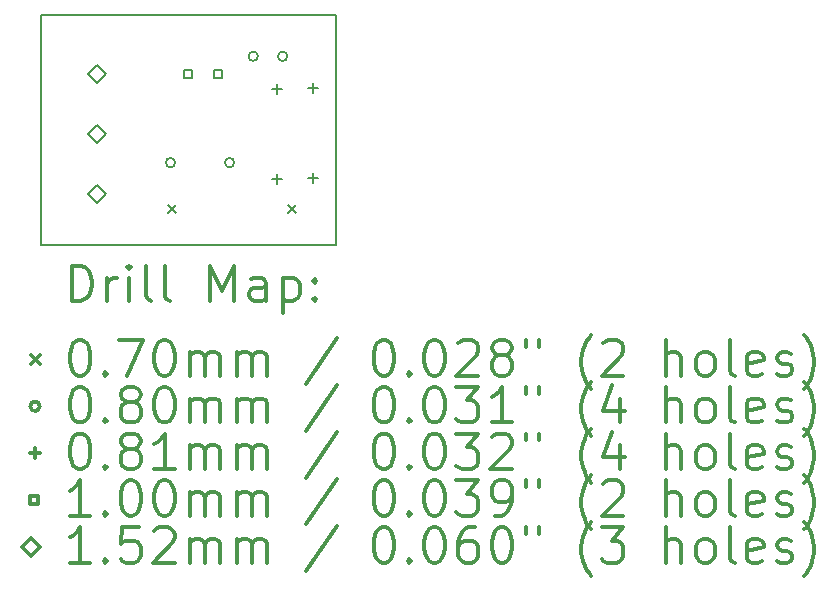
<source format=gbr>
%FSLAX45Y45*%
G04 Gerber Fmt 4.5, Leading zero omitted, Abs format (unit mm)*
G04 Created by KiCad (PCBNEW 4.0.2-stable) date 08/05/2016 13:05:04*
%MOMM*%
G01*
G04 APERTURE LIST*
%ADD10C,0.127000*%
%ADD11C,0.150000*%
%ADD12C,0.200000*%
%ADD13C,0.300000*%
G04 APERTURE END LIST*
D10*
D11*
X15000000Y-11150000D02*
X15150000Y-11150000D01*
X15400000Y-11150000D02*
X15000000Y-11150000D01*
X15100000Y-11150000D02*
X15400000Y-11150000D01*
X15400000Y-9200000D02*
X15400000Y-11150000D01*
X12900000Y-9200000D02*
X15400000Y-9200000D01*
X12900000Y-9350000D02*
X12900000Y-9200000D01*
X12900000Y-11150000D02*
X15100000Y-11150000D01*
X12900000Y-9350000D02*
X12900000Y-11150000D01*
D12*
X13979000Y-10809694D02*
X14049104Y-10879798D01*
X14049104Y-10809694D02*
X13979000Y-10879798D01*
X14995000Y-10809694D02*
X15065104Y-10879798D01*
X15065104Y-10809694D02*
X14995000Y-10879798D01*
X14040000Y-10450000D02*
G75*
G03X14040000Y-10450000I-40000J0D01*
G01*
X14540000Y-10450000D02*
G75*
G03X14540000Y-10450000I-40000J0D01*
G01*
X14740000Y-9550000D02*
G75*
G03X14740000Y-9550000I-40000J0D01*
G01*
X14990000Y-9550000D02*
G75*
G03X14990000Y-9550000I-40000J0D01*
G01*
X14903000Y-9788360D02*
X14903000Y-9869640D01*
X14862360Y-9829000D02*
X14943640Y-9829000D01*
X14903000Y-10550360D02*
X14903000Y-10631640D01*
X14862360Y-10591000D02*
X14943640Y-10591000D01*
X15207500Y-9778360D02*
X15207500Y-9859640D01*
X15166860Y-9819000D02*
X15248140Y-9819000D01*
X15207500Y-10540360D02*
X15207500Y-10621640D01*
X15166860Y-10581000D02*
X15248140Y-10581000D01*
X14181382Y-9735383D02*
X14181382Y-9664618D01*
X14110617Y-9664618D01*
X14110617Y-9735383D01*
X14181382Y-9735383D01*
X14435382Y-9735383D02*
X14435382Y-9664618D01*
X14364617Y-9664618D01*
X14364617Y-9735383D01*
X14435382Y-9735383D01*
X13379000Y-9778200D02*
X13455200Y-9702000D01*
X13379000Y-9625800D01*
X13302800Y-9702000D01*
X13379000Y-9778200D01*
X13379000Y-10286200D02*
X13455200Y-10210000D01*
X13379000Y-10133800D01*
X13302800Y-10210000D01*
X13379000Y-10286200D01*
X13379000Y-10794200D02*
X13455200Y-10718000D01*
X13379000Y-10641800D01*
X13302800Y-10718000D01*
X13379000Y-10794200D01*
D13*
X13163928Y-11623214D02*
X13163928Y-11323214D01*
X13235357Y-11323214D01*
X13278214Y-11337500D01*
X13306786Y-11366071D01*
X13321071Y-11394643D01*
X13335357Y-11451786D01*
X13335357Y-11494643D01*
X13321071Y-11551786D01*
X13306786Y-11580357D01*
X13278214Y-11608929D01*
X13235357Y-11623214D01*
X13163928Y-11623214D01*
X13463928Y-11623214D02*
X13463928Y-11423214D01*
X13463928Y-11480357D02*
X13478214Y-11451786D01*
X13492500Y-11437500D01*
X13521071Y-11423214D01*
X13549643Y-11423214D01*
X13649643Y-11623214D02*
X13649643Y-11423214D01*
X13649643Y-11323214D02*
X13635357Y-11337500D01*
X13649643Y-11351786D01*
X13663928Y-11337500D01*
X13649643Y-11323214D01*
X13649643Y-11351786D01*
X13835357Y-11623214D02*
X13806786Y-11608929D01*
X13792500Y-11580357D01*
X13792500Y-11323214D01*
X13992500Y-11623214D02*
X13963928Y-11608929D01*
X13949643Y-11580357D01*
X13949643Y-11323214D01*
X14335357Y-11623214D02*
X14335357Y-11323214D01*
X14435357Y-11537500D01*
X14535357Y-11323214D01*
X14535357Y-11623214D01*
X14806786Y-11623214D02*
X14806786Y-11466071D01*
X14792500Y-11437500D01*
X14763928Y-11423214D01*
X14706786Y-11423214D01*
X14678214Y-11437500D01*
X14806786Y-11608929D02*
X14778214Y-11623214D01*
X14706786Y-11623214D01*
X14678214Y-11608929D01*
X14663928Y-11580357D01*
X14663928Y-11551786D01*
X14678214Y-11523214D01*
X14706786Y-11508929D01*
X14778214Y-11508929D01*
X14806786Y-11494643D01*
X14949643Y-11423214D02*
X14949643Y-11723214D01*
X14949643Y-11437500D02*
X14978214Y-11423214D01*
X15035357Y-11423214D01*
X15063928Y-11437500D01*
X15078214Y-11451786D01*
X15092500Y-11480357D01*
X15092500Y-11566071D01*
X15078214Y-11594643D01*
X15063928Y-11608929D01*
X15035357Y-11623214D01*
X14978214Y-11623214D01*
X14949643Y-11608929D01*
X15221071Y-11594643D02*
X15235357Y-11608929D01*
X15221071Y-11623214D01*
X15206786Y-11608929D01*
X15221071Y-11594643D01*
X15221071Y-11623214D01*
X15221071Y-11437500D02*
X15235357Y-11451786D01*
X15221071Y-11466071D01*
X15206786Y-11451786D01*
X15221071Y-11437500D01*
X15221071Y-11466071D01*
X12822396Y-12082448D02*
X12892500Y-12152552D01*
X12892500Y-12082448D02*
X12822396Y-12152552D01*
X13221071Y-11953214D02*
X13249643Y-11953214D01*
X13278214Y-11967500D01*
X13292500Y-11981786D01*
X13306786Y-12010357D01*
X13321071Y-12067500D01*
X13321071Y-12138929D01*
X13306786Y-12196071D01*
X13292500Y-12224643D01*
X13278214Y-12238929D01*
X13249643Y-12253214D01*
X13221071Y-12253214D01*
X13192500Y-12238929D01*
X13178214Y-12224643D01*
X13163928Y-12196071D01*
X13149643Y-12138929D01*
X13149643Y-12067500D01*
X13163928Y-12010357D01*
X13178214Y-11981786D01*
X13192500Y-11967500D01*
X13221071Y-11953214D01*
X13449643Y-12224643D02*
X13463928Y-12238929D01*
X13449643Y-12253214D01*
X13435357Y-12238929D01*
X13449643Y-12224643D01*
X13449643Y-12253214D01*
X13563928Y-11953214D02*
X13763928Y-11953214D01*
X13635357Y-12253214D01*
X13935357Y-11953214D02*
X13963928Y-11953214D01*
X13992500Y-11967500D01*
X14006786Y-11981786D01*
X14021071Y-12010357D01*
X14035357Y-12067500D01*
X14035357Y-12138929D01*
X14021071Y-12196071D01*
X14006786Y-12224643D01*
X13992500Y-12238929D01*
X13963928Y-12253214D01*
X13935357Y-12253214D01*
X13906786Y-12238929D01*
X13892500Y-12224643D01*
X13878214Y-12196071D01*
X13863928Y-12138929D01*
X13863928Y-12067500D01*
X13878214Y-12010357D01*
X13892500Y-11981786D01*
X13906786Y-11967500D01*
X13935357Y-11953214D01*
X14163928Y-12253214D02*
X14163928Y-12053214D01*
X14163928Y-12081786D02*
X14178214Y-12067500D01*
X14206786Y-12053214D01*
X14249643Y-12053214D01*
X14278214Y-12067500D01*
X14292500Y-12096071D01*
X14292500Y-12253214D01*
X14292500Y-12096071D02*
X14306786Y-12067500D01*
X14335357Y-12053214D01*
X14378214Y-12053214D01*
X14406786Y-12067500D01*
X14421071Y-12096071D01*
X14421071Y-12253214D01*
X14563928Y-12253214D02*
X14563928Y-12053214D01*
X14563928Y-12081786D02*
X14578214Y-12067500D01*
X14606786Y-12053214D01*
X14649643Y-12053214D01*
X14678214Y-12067500D01*
X14692500Y-12096071D01*
X14692500Y-12253214D01*
X14692500Y-12096071D02*
X14706786Y-12067500D01*
X14735357Y-12053214D01*
X14778214Y-12053214D01*
X14806786Y-12067500D01*
X14821071Y-12096071D01*
X14821071Y-12253214D01*
X15406786Y-11938929D02*
X15149643Y-12324643D01*
X15792500Y-11953214D02*
X15821071Y-11953214D01*
X15849643Y-11967500D01*
X15863928Y-11981786D01*
X15878214Y-12010357D01*
X15892500Y-12067500D01*
X15892500Y-12138929D01*
X15878214Y-12196071D01*
X15863928Y-12224643D01*
X15849643Y-12238929D01*
X15821071Y-12253214D01*
X15792500Y-12253214D01*
X15763928Y-12238929D01*
X15749643Y-12224643D01*
X15735357Y-12196071D01*
X15721071Y-12138929D01*
X15721071Y-12067500D01*
X15735357Y-12010357D01*
X15749643Y-11981786D01*
X15763928Y-11967500D01*
X15792500Y-11953214D01*
X16021071Y-12224643D02*
X16035357Y-12238929D01*
X16021071Y-12253214D01*
X16006786Y-12238929D01*
X16021071Y-12224643D01*
X16021071Y-12253214D01*
X16221071Y-11953214D02*
X16249643Y-11953214D01*
X16278214Y-11967500D01*
X16292500Y-11981786D01*
X16306785Y-12010357D01*
X16321071Y-12067500D01*
X16321071Y-12138929D01*
X16306785Y-12196071D01*
X16292500Y-12224643D01*
X16278214Y-12238929D01*
X16249643Y-12253214D01*
X16221071Y-12253214D01*
X16192500Y-12238929D01*
X16178214Y-12224643D01*
X16163928Y-12196071D01*
X16149643Y-12138929D01*
X16149643Y-12067500D01*
X16163928Y-12010357D01*
X16178214Y-11981786D01*
X16192500Y-11967500D01*
X16221071Y-11953214D01*
X16435357Y-11981786D02*
X16449643Y-11967500D01*
X16478214Y-11953214D01*
X16549643Y-11953214D01*
X16578214Y-11967500D01*
X16592500Y-11981786D01*
X16606785Y-12010357D01*
X16606785Y-12038929D01*
X16592500Y-12081786D01*
X16421071Y-12253214D01*
X16606785Y-12253214D01*
X16778214Y-12081786D02*
X16749643Y-12067500D01*
X16735357Y-12053214D01*
X16721071Y-12024643D01*
X16721071Y-12010357D01*
X16735357Y-11981786D01*
X16749643Y-11967500D01*
X16778214Y-11953214D01*
X16835357Y-11953214D01*
X16863928Y-11967500D01*
X16878214Y-11981786D01*
X16892500Y-12010357D01*
X16892500Y-12024643D01*
X16878214Y-12053214D01*
X16863928Y-12067500D01*
X16835357Y-12081786D01*
X16778214Y-12081786D01*
X16749643Y-12096071D01*
X16735357Y-12110357D01*
X16721071Y-12138929D01*
X16721071Y-12196071D01*
X16735357Y-12224643D01*
X16749643Y-12238929D01*
X16778214Y-12253214D01*
X16835357Y-12253214D01*
X16863928Y-12238929D01*
X16878214Y-12224643D01*
X16892500Y-12196071D01*
X16892500Y-12138929D01*
X16878214Y-12110357D01*
X16863928Y-12096071D01*
X16835357Y-12081786D01*
X17006786Y-11953214D02*
X17006786Y-12010357D01*
X17121071Y-11953214D02*
X17121071Y-12010357D01*
X17563928Y-12367500D02*
X17549643Y-12353214D01*
X17521071Y-12310357D01*
X17506786Y-12281786D01*
X17492500Y-12238929D01*
X17478214Y-12167500D01*
X17478214Y-12110357D01*
X17492500Y-12038929D01*
X17506786Y-11996071D01*
X17521071Y-11967500D01*
X17549643Y-11924643D01*
X17563928Y-11910357D01*
X17663928Y-11981786D02*
X17678214Y-11967500D01*
X17706786Y-11953214D01*
X17778214Y-11953214D01*
X17806786Y-11967500D01*
X17821071Y-11981786D01*
X17835357Y-12010357D01*
X17835357Y-12038929D01*
X17821071Y-12081786D01*
X17649643Y-12253214D01*
X17835357Y-12253214D01*
X18192500Y-12253214D02*
X18192500Y-11953214D01*
X18321071Y-12253214D02*
X18321071Y-12096071D01*
X18306786Y-12067500D01*
X18278214Y-12053214D01*
X18235357Y-12053214D01*
X18206786Y-12067500D01*
X18192500Y-12081786D01*
X18506786Y-12253214D02*
X18478214Y-12238929D01*
X18463928Y-12224643D01*
X18449643Y-12196071D01*
X18449643Y-12110357D01*
X18463928Y-12081786D01*
X18478214Y-12067500D01*
X18506786Y-12053214D01*
X18549643Y-12053214D01*
X18578214Y-12067500D01*
X18592500Y-12081786D01*
X18606786Y-12110357D01*
X18606786Y-12196071D01*
X18592500Y-12224643D01*
X18578214Y-12238929D01*
X18549643Y-12253214D01*
X18506786Y-12253214D01*
X18778214Y-12253214D02*
X18749643Y-12238929D01*
X18735357Y-12210357D01*
X18735357Y-11953214D01*
X19006786Y-12238929D02*
X18978214Y-12253214D01*
X18921071Y-12253214D01*
X18892500Y-12238929D01*
X18878214Y-12210357D01*
X18878214Y-12096071D01*
X18892500Y-12067500D01*
X18921071Y-12053214D01*
X18978214Y-12053214D01*
X19006786Y-12067500D01*
X19021071Y-12096071D01*
X19021071Y-12124643D01*
X18878214Y-12153214D01*
X19135357Y-12238929D02*
X19163929Y-12253214D01*
X19221071Y-12253214D01*
X19249643Y-12238929D01*
X19263929Y-12210357D01*
X19263929Y-12196071D01*
X19249643Y-12167500D01*
X19221071Y-12153214D01*
X19178214Y-12153214D01*
X19149643Y-12138929D01*
X19135357Y-12110357D01*
X19135357Y-12096071D01*
X19149643Y-12067500D01*
X19178214Y-12053214D01*
X19221071Y-12053214D01*
X19249643Y-12067500D01*
X19363928Y-12367500D02*
X19378214Y-12353214D01*
X19406786Y-12310357D01*
X19421071Y-12281786D01*
X19435357Y-12238929D01*
X19449643Y-12167500D01*
X19449643Y-12110357D01*
X19435357Y-12038929D01*
X19421071Y-11996071D01*
X19406786Y-11967500D01*
X19378214Y-11924643D01*
X19363928Y-11910357D01*
X12892500Y-12513500D02*
G75*
G03X12892500Y-12513500I-40000J0D01*
G01*
X13221071Y-12349214D02*
X13249643Y-12349214D01*
X13278214Y-12363500D01*
X13292500Y-12377786D01*
X13306786Y-12406357D01*
X13321071Y-12463500D01*
X13321071Y-12534929D01*
X13306786Y-12592071D01*
X13292500Y-12620643D01*
X13278214Y-12634929D01*
X13249643Y-12649214D01*
X13221071Y-12649214D01*
X13192500Y-12634929D01*
X13178214Y-12620643D01*
X13163928Y-12592071D01*
X13149643Y-12534929D01*
X13149643Y-12463500D01*
X13163928Y-12406357D01*
X13178214Y-12377786D01*
X13192500Y-12363500D01*
X13221071Y-12349214D01*
X13449643Y-12620643D02*
X13463928Y-12634929D01*
X13449643Y-12649214D01*
X13435357Y-12634929D01*
X13449643Y-12620643D01*
X13449643Y-12649214D01*
X13635357Y-12477786D02*
X13606786Y-12463500D01*
X13592500Y-12449214D01*
X13578214Y-12420643D01*
X13578214Y-12406357D01*
X13592500Y-12377786D01*
X13606786Y-12363500D01*
X13635357Y-12349214D01*
X13692500Y-12349214D01*
X13721071Y-12363500D01*
X13735357Y-12377786D01*
X13749643Y-12406357D01*
X13749643Y-12420643D01*
X13735357Y-12449214D01*
X13721071Y-12463500D01*
X13692500Y-12477786D01*
X13635357Y-12477786D01*
X13606786Y-12492071D01*
X13592500Y-12506357D01*
X13578214Y-12534929D01*
X13578214Y-12592071D01*
X13592500Y-12620643D01*
X13606786Y-12634929D01*
X13635357Y-12649214D01*
X13692500Y-12649214D01*
X13721071Y-12634929D01*
X13735357Y-12620643D01*
X13749643Y-12592071D01*
X13749643Y-12534929D01*
X13735357Y-12506357D01*
X13721071Y-12492071D01*
X13692500Y-12477786D01*
X13935357Y-12349214D02*
X13963928Y-12349214D01*
X13992500Y-12363500D01*
X14006786Y-12377786D01*
X14021071Y-12406357D01*
X14035357Y-12463500D01*
X14035357Y-12534929D01*
X14021071Y-12592071D01*
X14006786Y-12620643D01*
X13992500Y-12634929D01*
X13963928Y-12649214D01*
X13935357Y-12649214D01*
X13906786Y-12634929D01*
X13892500Y-12620643D01*
X13878214Y-12592071D01*
X13863928Y-12534929D01*
X13863928Y-12463500D01*
X13878214Y-12406357D01*
X13892500Y-12377786D01*
X13906786Y-12363500D01*
X13935357Y-12349214D01*
X14163928Y-12649214D02*
X14163928Y-12449214D01*
X14163928Y-12477786D02*
X14178214Y-12463500D01*
X14206786Y-12449214D01*
X14249643Y-12449214D01*
X14278214Y-12463500D01*
X14292500Y-12492071D01*
X14292500Y-12649214D01*
X14292500Y-12492071D02*
X14306786Y-12463500D01*
X14335357Y-12449214D01*
X14378214Y-12449214D01*
X14406786Y-12463500D01*
X14421071Y-12492071D01*
X14421071Y-12649214D01*
X14563928Y-12649214D02*
X14563928Y-12449214D01*
X14563928Y-12477786D02*
X14578214Y-12463500D01*
X14606786Y-12449214D01*
X14649643Y-12449214D01*
X14678214Y-12463500D01*
X14692500Y-12492071D01*
X14692500Y-12649214D01*
X14692500Y-12492071D02*
X14706786Y-12463500D01*
X14735357Y-12449214D01*
X14778214Y-12449214D01*
X14806786Y-12463500D01*
X14821071Y-12492071D01*
X14821071Y-12649214D01*
X15406786Y-12334929D02*
X15149643Y-12720643D01*
X15792500Y-12349214D02*
X15821071Y-12349214D01*
X15849643Y-12363500D01*
X15863928Y-12377786D01*
X15878214Y-12406357D01*
X15892500Y-12463500D01*
X15892500Y-12534929D01*
X15878214Y-12592071D01*
X15863928Y-12620643D01*
X15849643Y-12634929D01*
X15821071Y-12649214D01*
X15792500Y-12649214D01*
X15763928Y-12634929D01*
X15749643Y-12620643D01*
X15735357Y-12592071D01*
X15721071Y-12534929D01*
X15721071Y-12463500D01*
X15735357Y-12406357D01*
X15749643Y-12377786D01*
X15763928Y-12363500D01*
X15792500Y-12349214D01*
X16021071Y-12620643D02*
X16035357Y-12634929D01*
X16021071Y-12649214D01*
X16006786Y-12634929D01*
X16021071Y-12620643D01*
X16021071Y-12649214D01*
X16221071Y-12349214D02*
X16249643Y-12349214D01*
X16278214Y-12363500D01*
X16292500Y-12377786D01*
X16306785Y-12406357D01*
X16321071Y-12463500D01*
X16321071Y-12534929D01*
X16306785Y-12592071D01*
X16292500Y-12620643D01*
X16278214Y-12634929D01*
X16249643Y-12649214D01*
X16221071Y-12649214D01*
X16192500Y-12634929D01*
X16178214Y-12620643D01*
X16163928Y-12592071D01*
X16149643Y-12534929D01*
X16149643Y-12463500D01*
X16163928Y-12406357D01*
X16178214Y-12377786D01*
X16192500Y-12363500D01*
X16221071Y-12349214D01*
X16421071Y-12349214D02*
X16606785Y-12349214D01*
X16506785Y-12463500D01*
X16549643Y-12463500D01*
X16578214Y-12477786D01*
X16592500Y-12492071D01*
X16606785Y-12520643D01*
X16606785Y-12592071D01*
X16592500Y-12620643D01*
X16578214Y-12634929D01*
X16549643Y-12649214D01*
X16463928Y-12649214D01*
X16435357Y-12634929D01*
X16421071Y-12620643D01*
X16892500Y-12649214D02*
X16721071Y-12649214D01*
X16806786Y-12649214D02*
X16806786Y-12349214D01*
X16778214Y-12392071D01*
X16749643Y-12420643D01*
X16721071Y-12434929D01*
X17006786Y-12349214D02*
X17006786Y-12406357D01*
X17121071Y-12349214D02*
X17121071Y-12406357D01*
X17563928Y-12763500D02*
X17549643Y-12749214D01*
X17521071Y-12706357D01*
X17506786Y-12677786D01*
X17492500Y-12634929D01*
X17478214Y-12563500D01*
X17478214Y-12506357D01*
X17492500Y-12434929D01*
X17506786Y-12392071D01*
X17521071Y-12363500D01*
X17549643Y-12320643D01*
X17563928Y-12306357D01*
X17806786Y-12449214D02*
X17806786Y-12649214D01*
X17735357Y-12334929D02*
X17663928Y-12549214D01*
X17849643Y-12549214D01*
X18192500Y-12649214D02*
X18192500Y-12349214D01*
X18321071Y-12649214D02*
X18321071Y-12492071D01*
X18306786Y-12463500D01*
X18278214Y-12449214D01*
X18235357Y-12449214D01*
X18206786Y-12463500D01*
X18192500Y-12477786D01*
X18506786Y-12649214D02*
X18478214Y-12634929D01*
X18463928Y-12620643D01*
X18449643Y-12592071D01*
X18449643Y-12506357D01*
X18463928Y-12477786D01*
X18478214Y-12463500D01*
X18506786Y-12449214D01*
X18549643Y-12449214D01*
X18578214Y-12463500D01*
X18592500Y-12477786D01*
X18606786Y-12506357D01*
X18606786Y-12592071D01*
X18592500Y-12620643D01*
X18578214Y-12634929D01*
X18549643Y-12649214D01*
X18506786Y-12649214D01*
X18778214Y-12649214D02*
X18749643Y-12634929D01*
X18735357Y-12606357D01*
X18735357Y-12349214D01*
X19006786Y-12634929D02*
X18978214Y-12649214D01*
X18921071Y-12649214D01*
X18892500Y-12634929D01*
X18878214Y-12606357D01*
X18878214Y-12492071D01*
X18892500Y-12463500D01*
X18921071Y-12449214D01*
X18978214Y-12449214D01*
X19006786Y-12463500D01*
X19021071Y-12492071D01*
X19021071Y-12520643D01*
X18878214Y-12549214D01*
X19135357Y-12634929D02*
X19163929Y-12649214D01*
X19221071Y-12649214D01*
X19249643Y-12634929D01*
X19263929Y-12606357D01*
X19263929Y-12592071D01*
X19249643Y-12563500D01*
X19221071Y-12549214D01*
X19178214Y-12549214D01*
X19149643Y-12534929D01*
X19135357Y-12506357D01*
X19135357Y-12492071D01*
X19149643Y-12463500D01*
X19178214Y-12449214D01*
X19221071Y-12449214D01*
X19249643Y-12463500D01*
X19363928Y-12763500D02*
X19378214Y-12749214D01*
X19406786Y-12706357D01*
X19421071Y-12677786D01*
X19435357Y-12634929D01*
X19449643Y-12563500D01*
X19449643Y-12506357D01*
X19435357Y-12434929D01*
X19421071Y-12392071D01*
X19406786Y-12363500D01*
X19378214Y-12320643D01*
X19363928Y-12306357D01*
X12851860Y-12868860D02*
X12851860Y-12950140D01*
X12811220Y-12909500D02*
X12892500Y-12909500D01*
X13221071Y-12745214D02*
X13249643Y-12745214D01*
X13278214Y-12759500D01*
X13292500Y-12773786D01*
X13306786Y-12802357D01*
X13321071Y-12859500D01*
X13321071Y-12930929D01*
X13306786Y-12988071D01*
X13292500Y-13016643D01*
X13278214Y-13030929D01*
X13249643Y-13045214D01*
X13221071Y-13045214D01*
X13192500Y-13030929D01*
X13178214Y-13016643D01*
X13163928Y-12988071D01*
X13149643Y-12930929D01*
X13149643Y-12859500D01*
X13163928Y-12802357D01*
X13178214Y-12773786D01*
X13192500Y-12759500D01*
X13221071Y-12745214D01*
X13449643Y-13016643D02*
X13463928Y-13030929D01*
X13449643Y-13045214D01*
X13435357Y-13030929D01*
X13449643Y-13016643D01*
X13449643Y-13045214D01*
X13635357Y-12873786D02*
X13606786Y-12859500D01*
X13592500Y-12845214D01*
X13578214Y-12816643D01*
X13578214Y-12802357D01*
X13592500Y-12773786D01*
X13606786Y-12759500D01*
X13635357Y-12745214D01*
X13692500Y-12745214D01*
X13721071Y-12759500D01*
X13735357Y-12773786D01*
X13749643Y-12802357D01*
X13749643Y-12816643D01*
X13735357Y-12845214D01*
X13721071Y-12859500D01*
X13692500Y-12873786D01*
X13635357Y-12873786D01*
X13606786Y-12888071D01*
X13592500Y-12902357D01*
X13578214Y-12930929D01*
X13578214Y-12988071D01*
X13592500Y-13016643D01*
X13606786Y-13030929D01*
X13635357Y-13045214D01*
X13692500Y-13045214D01*
X13721071Y-13030929D01*
X13735357Y-13016643D01*
X13749643Y-12988071D01*
X13749643Y-12930929D01*
X13735357Y-12902357D01*
X13721071Y-12888071D01*
X13692500Y-12873786D01*
X14035357Y-13045214D02*
X13863928Y-13045214D01*
X13949643Y-13045214D02*
X13949643Y-12745214D01*
X13921071Y-12788071D01*
X13892500Y-12816643D01*
X13863928Y-12830929D01*
X14163928Y-13045214D02*
X14163928Y-12845214D01*
X14163928Y-12873786D02*
X14178214Y-12859500D01*
X14206786Y-12845214D01*
X14249643Y-12845214D01*
X14278214Y-12859500D01*
X14292500Y-12888071D01*
X14292500Y-13045214D01*
X14292500Y-12888071D02*
X14306786Y-12859500D01*
X14335357Y-12845214D01*
X14378214Y-12845214D01*
X14406786Y-12859500D01*
X14421071Y-12888071D01*
X14421071Y-13045214D01*
X14563928Y-13045214D02*
X14563928Y-12845214D01*
X14563928Y-12873786D02*
X14578214Y-12859500D01*
X14606786Y-12845214D01*
X14649643Y-12845214D01*
X14678214Y-12859500D01*
X14692500Y-12888071D01*
X14692500Y-13045214D01*
X14692500Y-12888071D02*
X14706786Y-12859500D01*
X14735357Y-12845214D01*
X14778214Y-12845214D01*
X14806786Y-12859500D01*
X14821071Y-12888071D01*
X14821071Y-13045214D01*
X15406786Y-12730929D02*
X15149643Y-13116643D01*
X15792500Y-12745214D02*
X15821071Y-12745214D01*
X15849643Y-12759500D01*
X15863928Y-12773786D01*
X15878214Y-12802357D01*
X15892500Y-12859500D01*
X15892500Y-12930929D01*
X15878214Y-12988071D01*
X15863928Y-13016643D01*
X15849643Y-13030929D01*
X15821071Y-13045214D01*
X15792500Y-13045214D01*
X15763928Y-13030929D01*
X15749643Y-13016643D01*
X15735357Y-12988071D01*
X15721071Y-12930929D01*
X15721071Y-12859500D01*
X15735357Y-12802357D01*
X15749643Y-12773786D01*
X15763928Y-12759500D01*
X15792500Y-12745214D01*
X16021071Y-13016643D02*
X16035357Y-13030929D01*
X16021071Y-13045214D01*
X16006786Y-13030929D01*
X16021071Y-13016643D01*
X16021071Y-13045214D01*
X16221071Y-12745214D02*
X16249643Y-12745214D01*
X16278214Y-12759500D01*
X16292500Y-12773786D01*
X16306785Y-12802357D01*
X16321071Y-12859500D01*
X16321071Y-12930929D01*
X16306785Y-12988071D01*
X16292500Y-13016643D01*
X16278214Y-13030929D01*
X16249643Y-13045214D01*
X16221071Y-13045214D01*
X16192500Y-13030929D01*
X16178214Y-13016643D01*
X16163928Y-12988071D01*
X16149643Y-12930929D01*
X16149643Y-12859500D01*
X16163928Y-12802357D01*
X16178214Y-12773786D01*
X16192500Y-12759500D01*
X16221071Y-12745214D01*
X16421071Y-12745214D02*
X16606785Y-12745214D01*
X16506785Y-12859500D01*
X16549643Y-12859500D01*
X16578214Y-12873786D01*
X16592500Y-12888071D01*
X16606785Y-12916643D01*
X16606785Y-12988071D01*
X16592500Y-13016643D01*
X16578214Y-13030929D01*
X16549643Y-13045214D01*
X16463928Y-13045214D01*
X16435357Y-13030929D01*
X16421071Y-13016643D01*
X16721071Y-12773786D02*
X16735357Y-12759500D01*
X16763928Y-12745214D01*
X16835357Y-12745214D01*
X16863928Y-12759500D01*
X16878214Y-12773786D01*
X16892500Y-12802357D01*
X16892500Y-12830929D01*
X16878214Y-12873786D01*
X16706785Y-13045214D01*
X16892500Y-13045214D01*
X17006786Y-12745214D02*
X17006786Y-12802357D01*
X17121071Y-12745214D02*
X17121071Y-12802357D01*
X17563928Y-13159500D02*
X17549643Y-13145214D01*
X17521071Y-13102357D01*
X17506786Y-13073786D01*
X17492500Y-13030929D01*
X17478214Y-12959500D01*
X17478214Y-12902357D01*
X17492500Y-12830929D01*
X17506786Y-12788071D01*
X17521071Y-12759500D01*
X17549643Y-12716643D01*
X17563928Y-12702357D01*
X17806786Y-12845214D02*
X17806786Y-13045214D01*
X17735357Y-12730929D02*
X17663928Y-12945214D01*
X17849643Y-12945214D01*
X18192500Y-13045214D02*
X18192500Y-12745214D01*
X18321071Y-13045214D02*
X18321071Y-12888071D01*
X18306786Y-12859500D01*
X18278214Y-12845214D01*
X18235357Y-12845214D01*
X18206786Y-12859500D01*
X18192500Y-12873786D01*
X18506786Y-13045214D02*
X18478214Y-13030929D01*
X18463928Y-13016643D01*
X18449643Y-12988071D01*
X18449643Y-12902357D01*
X18463928Y-12873786D01*
X18478214Y-12859500D01*
X18506786Y-12845214D01*
X18549643Y-12845214D01*
X18578214Y-12859500D01*
X18592500Y-12873786D01*
X18606786Y-12902357D01*
X18606786Y-12988071D01*
X18592500Y-13016643D01*
X18578214Y-13030929D01*
X18549643Y-13045214D01*
X18506786Y-13045214D01*
X18778214Y-13045214D02*
X18749643Y-13030929D01*
X18735357Y-13002357D01*
X18735357Y-12745214D01*
X19006786Y-13030929D02*
X18978214Y-13045214D01*
X18921071Y-13045214D01*
X18892500Y-13030929D01*
X18878214Y-13002357D01*
X18878214Y-12888071D01*
X18892500Y-12859500D01*
X18921071Y-12845214D01*
X18978214Y-12845214D01*
X19006786Y-12859500D01*
X19021071Y-12888071D01*
X19021071Y-12916643D01*
X18878214Y-12945214D01*
X19135357Y-13030929D02*
X19163929Y-13045214D01*
X19221071Y-13045214D01*
X19249643Y-13030929D01*
X19263929Y-13002357D01*
X19263929Y-12988071D01*
X19249643Y-12959500D01*
X19221071Y-12945214D01*
X19178214Y-12945214D01*
X19149643Y-12930929D01*
X19135357Y-12902357D01*
X19135357Y-12888071D01*
X19149643Y-12859500D01*
X19178214Y-12845214D01*
X19221071Y-12845214D01*
X19249643Y-12859500D01*
X19363928Y-13159500D02*
X19378214Y-13145214D01*
X19406786Y-13102357D01*
X19421071Y-13073786D01*
X19435357Y-13030929D01*
X19449643Y-12959500D01*
X19449643Y-12902357D01*
X19435357Y-12830929D01*
X19421071Y-12788071D01*
X19406786Y-12759500D01*
X19378214Y-12716643D01*
X19363928Y-12702357D01*
X12877844Y-13340883D02*
X12877844Y-13270118D01*
X12807079Y-13270118D01*
X12807079Y-13340883D01*
X12877844Y-13340883D01*
X13321071Y-13441214D02*
X13149643Y-13441214D01*
X13235357Y-13441214D02*
X13235357Y-13141214D01*
X13206786Y-13184071D01*
X13178214Y-13212643D01*
X13149643Y-13226929D01*
X13449643Y-13412643D02*
X13463928Y-13426929D01*
X13449643Y-13441214D01*
X13435357Y-13426929D01*
X13449643Y-13412643D01*
X13449643Y-13441214D01*
X13649643Y-13141214D02*
X13678214Y-13141214D01*
X13706786Y-13155500D01*
X13721071Y-13169786D01*
X13735357Y-13198357D01*
X13749643Y-13255500D01*
X13749643Y-13326929D01*
X13735357Y-13384071D01*
X13721071Y-13412643D01*
X13706786Y-13426929D01*
X13678214Y-13441214D01*
X13649643Y-13441214D01*
X13621071Y-13426929D01*
X13606786Y-13412643D01*
X13592500Y-13384071D01*
X13578214Y-13326929D01*
X13578214Y-13255500D01*
X13592500Y-13198357D01*
X13606786Y-13169786D01*
X13621071Y-13155500D01*
X13649643Y-13141214D01*
X13935357Y-13141214D02*
X13963928Y-13141214D01*
X13992500Y-13155500D01*
X14006786Y-13169786D01*
X14021071Y-13198357D01*
X14035357Y-13255500D01*
X14035357Y-13326929D01*
X14021071Y-13384071D01*
X14006786Y-13412643D01*
X13992500Y-13426929D01*
X13963928Y-13441214D01*
X13935357Y-13441214D01*
X13906786Y-13426929D01*
X13892500Y-13412643D01*
X13878214Y-13384071D01*
X13863928Y-13326929D01*
X13863928Y-13255500D01*
X13878214Y-13198357D01*
X13892500Y-13169786D01*
X13906786Y-13155500D01*
X13935357Y-13141214D01*
X14163928Y-13441214D02*
X14163928Y-13241214D01*
X14163928Y-13269786D02*
X14178214Y-13255500D01*
X14206786Y-13241214D01*
X14249643Y-13241214D01*
X14278214Y-13255500D01*
X14292500Y-13284071D01*
X14292500Y-13441214D01*
X14292500Y-13284071D02*
X14306786Y-13255500D01*
X14335357Y-13241214D01*
X14378214Y-13241214D01*
X14406786Y-13255500D01*
X14421071Y-13284071D01*
X14421071Y-13441214D01*
X14563928Y-13441214D02*
X14563928Y-13241214D01*
X14563928Y-13269786D02*
X14578214Y-13255500D01*
X14606786Y-13241214D01*
X14649643Y-13241214D01*
X14678214Y-13255500D01*
X14692500Y-13284071D01*
X14692500Y-13441214D01*
X14692500Y-13284071D02*
X14706786Y-13255500D01*
X14735357Y-13241214D01*
X14778214Y-13241214D01*
X14806786Y-13255500D01*
X14821071Y-13284071D01*
X14821071Y-13441214D01*
X15406786Y-13126929D02*
X15149643Y-13512643D01*
X15792500Y-13141214D02*
X15821071Y-13141214D01*
X15849643Y-13155500D01*
X15863928Y-13169786D01*
X15878214Y-13198357D01*
X15892500Y-13255500D01*
X15892500Y-13326929D01*
X15878214Y-13384071D01*
X15863928Y-13412643D01*
X15849643Y-13426929D01*
X15821071Y-13441214D01*
X15792500Y-13441214D01*
X15763928Y-13426929D01*
X15749643Y-13412643D01*
X15735357Y-13384071D01*
X15721071Y-13326929D01*
X15721071Y-13255500D01*
X15735357Y-13198357D01*
X15749643Y-13169786D01*
X15763928Y-13155500D01*
X15792500Y-13141214D01*
X16021071Y-13412643D02*
X16035357Y-13426929D01*
X16021071Y-13441214D01*
X16006786Y-13426929D01*
X16021071Y-13412643D01*
X16021071Y-13441214D01*
X16221071Y-13141214D02*
X16249643Y-13141214D01*
X16278214Y-13155500D01*
X16292500Y-13169786D01*
X16306785Y-13198357D01*
X16321071Y-13255500D01*
X16321071Y-13326929D01*
X16306785Y-13384071D01*
X16292500Y-13412643D01*
X16278214Y-13426929D01*
X16249643Y-13441214D01*
X16221071Y-13441214D01*
X16192500Y-13426929D01*
X16178214Y-13412643D01*
X16163928Y-13384071D01*
X16149643Y-13326929D01*
X16149643Y-13255500D01*
X16163928Y-13198357D01*
X16178214Y-13169786D01*
X16192500Y-13155500D01*
X16221071Y-13141214D01*
X16421071Y-13141214D02*
X16606785Y-13141214D01*
X16506785Y-13255500D01*
X16549643Y-13255500D01*
X16578214Y-13269786D01*
X16592500Y-13284071D01*
X16606785Y-13312643D01*
X16606785Y-13384071D01*
X16592500Y-13412643D01*
X16578214Y-13426929D01*
X16549643Y-13441214D01*
X16463928Y-13441214D01*
X16435357Y-13426929D01*
X16421071Y-13412643D01*
X16749643Y-13441214D02*
X16806786Y-13441214D01*
X16835357Y-13426929D01*
X16849643Y-13412643D01*
X16878214Y-13369786D01*
X16892500Y-13312643D01*
X16892500Y-13198357D01*
X16878214Y-13169786D01*
X16863928Y-13155500D01*
X16835357Y-13141214D01*
X16778214Y-13141214D01*
X16749643Y-13155500D01*
X16735357Y-13169786D01*
X16721071Y-13198357D01*
X16721071Y-13269786D01*
X16735357Y-13298357D01*
X16749643Y-13312643D01*
X16778214Y-13326929D01*
X16835357Y-13326929D01*
X16863928Y-13312643D01*
X16878214Y-13298357D01*
X16892500Y-13269786D01*
X17006786Y-13141214D02*
X17006786Y-13198357D01*
X17121071Y-13141214D02*
X17121071Y-13198357D01*
X17563928Y-13555500D02*
X17549643Y-13541214D01*
X17521071Y-13498357D01*
X17506786Y-13469786D01*
X17492500Y-13426929D01*
X17478214Y-13355500D01*
X17478214Y-13298357D01*
X17492500Y-13226929D01*
X17506786Y-13184071D01*
X17521071Y-13155500D01*
X17549643Y-13112643D01*
X17563928Y-13098357D01*
X17663928Y-13169786D02*
X17678214Y-13155500D01*
X17706786Y-13141214D01*
X17778214Y-13141214D01*
X17806786Y-13155500D01*
X17821071Y-13169786D01*
X17835357Y-13198357D01*
X17835357Y-13226929D01*
X17821071Y-13269786D01*
X17649643Y-13441214D01*
X17835357Y-13441214D01*
X18192500Y-13441214D02*
X18192500Y-13141214D01*
X18321071Y-13441214D02*
X18321071Y-13284071D01*
X18306786Y-13255500D01*
X18278214Y-13241214D01*
X18235357Y-13241214D01*
X18206786Y-13255500D01*
X18192500Y-13269786D01*
X18506786Y-13441214D02*
X18478214Y-13426929D01*
X18463928Y-13412643D01*
X18449643Y-13384071D01*
X18449643Y-13298357D01*
X18463928Y-13269786D01*
X18478214Y-13255500D01*
X18506786Y-13241214D01*
X18549643Y-13241214D01*
X18578214Y-13255500D01*
X18592500Y-13269786D01*
X18606786Y-13298357D01*
X18606786Y-13384071D01*
X18592500Y-13412643D01*
X18578214Y-13426929D01*
X18549643Y-13441214D01*
X18506786Y-13441214D01*
X18778214Y-13441214D02*
X18749643Y-13426929D01*
X18735357Y-13398357D01*
X18735357Y-13141214D01*
X19006786Y-13426929D02*
X18978214Y-13441214D01*
X18921071Y-13441214D01*
X18892500Y-13426929D01*
X18878214Y-13398357D01*
X18878214Y-13284071D01*
X18892500Y-13255500D01*
X18921071Y-13241214D01*
X18978214Y-13241214D01*
X19006786Y-13255500D01*
X19021071Y-13284071D01*
X19021071Y-13312643D01*
X18878214Y-13341214D01*
X19135357Y-13426929D02*
X19163929Y-13441214D01*
X19221071Y-13441214D01*
X19249643Y-13426929D01*
X19263929Y-13398357D01*
X19263929Y-13384071D01*
X19249643Y-13355500D01*
X19221071Y-13341214D01*
X19178214Y-13341214D01*
X19149643Y-13326929D01*
X19135357Y-13298357D01*
X19135357Y-13284071D01*
X19149643Y-13255500D01*
X19178214Y-13241214D01*
X19221071Y-13241214D01*
X19249643Y-13255500D01*
X19363928Y-13555500D02*
X19378214Y-13541214D01*
X19406786Y-13498357D01*
X19421071Y-13469786D01*
X19435357Y-13426929D01*
X19449643Y-13355500D01*
X19449643Y-13298357D01*
X19435357Y-13226929D01*
X19421071Y-13184071D01*
X19406786Y-13155500D01*
X19378214Y-13112643D01*
X19363928Y-13098357D01*
X12816300Y-13777700D02*
X12892500Y-13701500D01*
X12816300Y-13625300D01*
X12740100Y-13701500D01*
X12816300Y-13777700D01*
X13321071Y-13837214D02*
X13149643Y-13837214D01*
X13235357Y-13837214D02*
X13235357Y-13537214D01*
X13206786Y-13580071D01*
X13178214Y-13608643D01*
X13149643Y-13622929D01*
X13449643Y-13808643D02*
X13463928Y-13822929D01*
X13449643Y-13837214D01*
X13435357Y-13822929D01*
X13449643Y-13808643D01*
X13449643Y-13837214D01*
X13735357Y-13537214D02*
X13592500Y-13537214D01*
X13578214Y-13680071D01*
X13592500Y-13665786D01*
X13621071Y-13651500D01*
X13692500Y-13651500D01*
X13721071Y-13665786D01*
X13735357Y-13680071D01*
X13749643Y-13708643D01*
X13749643Y-13780071D01*
X13735357Y-13808643D01*
X13721071Y-13822929D01*
X13692500Y-13837214D01*
X13621071Y-13837214D01*
X13592500Y-13822929D01*
X13578214Y-13808643D01*
X13863928Y-13565786D02*
X13878214Y-13551500D01*
X13906786Y-13537214D01*
X13978214Y-13537214D01*
X14006786Y-13551500D01*
X14021071Y-13565786D01*
X14035357Y-13594357D01*
X14035357Y-13622929D01*
X14021071Y-13665786D01*
X13849643Y-13837214D01*
X14035357Y-13837214D01*
X14163928Y-13837214D02*
X14163928Y-13637214D01*
X14163928Y-13665786D02*
X14178214Y-13651500D01*
X14206786Y-13637214D01*
X14249643Y-13637214D01*
X14278214Y-13651500D01*
X14292500Y-13680071D01*
X14292500Y-13837214D01*
X14292500Y-13680071D02*
X14306786Y-13651500D01*
X14335357Y-13637214D01*
X14378214Y-13637214D01*
X14406786Y-13651500D01*
X14421071Y-13680071D01*
X14421071Y-13837214D01*
X14563928Y-13837214D02*
X14563928Y-13637214D01*
X14563928Y-13665786D02*
X14578214Y-13651500D01*
X14606786Y-13637214D01*
X14649643Y-13637214D01*
X14678214Y-13651500D01*
X14692500Y-13680071D01*
X14692500Y-13837214D01*
X14692500Y-13680071D02*
X14706786Y-13651500D01*
X14735357Y-13637214D01*
X14778214Y-13637214D01*
X14806786Y-13651500D01*
X14821071Y-13680071D01*
X14821071Y-13837214D01*
X15406786Y-13522929D02*
X15149643Y-13908643D01*
X15792500Y-13537214D02*
X15821071Y-13537214D01*
X15849643Y-13551500D01*
X15863928Y-13565786D01*
X15878214Y-13594357D01*
X15892500Y-13651500D01*
X15892500Y-13722929D01*
X15878214Y-13780071D01*
X15863928Y-13808643D01*
X15849643Y-13822929D01*
X15821071Y-13837214D01*
X15792500Y-13837214D01*
X15763928Y-13822929D01*
X15749643Y-13808643D01*
X15735357Y-13780071D01*
X15721071Y-13722929D01*
X15721071Y-13651500D01*
X15735357Y-13594357D01*
X15749643Y-13565786D01*
X15763928Y-13551500D01*
X15792500Y-13537214D01*
X16021071Y-13808643D02*
X16035357Y-13822929D01*
X16021071Y-13837214D01*
X16006786Y-13822929D01*
X16021071Y-13808643D01*
X16021071Y-13837214D01*
X16221071Y-13537214D02*
X16249643Y-13537214D01*
X16278214Y-13551500D01*
X16292500Y-13565786D01*
X16306785Y-13594357D01*
X16321071Y-13651500D01*
X16321071Y-13722929D01*
X16306785Y-13780071D01*
X16292500Y-13808643D01*
X16278214Y-13822929D01*
X16249643Y-13837214D01*
X16221071Y-13837214D01*
X16192500Y-13822929D01*
X16178214Y-13808643D01*
X16163928Y-13780071D01*
X16149643Y-13722929D01*
X16149643Y-13651500D01*
X16163928Y-13594357D01*
X16178214Y-13565786D01*
X16192500Y-13551500D01*
X16221071Y-13537214D01*
X16578214Y-13537214D02*
X16521071Y-13537214D01*
X16492500Y-13551500D01*
X16478214Y-13565786D01*
X16449643Y-13608643D01*
X16435357Y-13665786D01*
X16435357Y-13780071D01*
X16449643Y-13808643D01*
X16463928Y-13822929D01*
X16492500Y-13837214D01*
X16549643Y-13837214D01*
X16578214Y-13822929D01*
X16592500Y-13808643D01*
X16606785Y-13780071D01*
X16606785Y-13708643D01*
X16592500Y-13680071D01*
X16578214Y-13665786D01*
X16549643Y-13651500D01*
X16492500Y-13651500D01*
X16463928Y-13665786D01*
X16449643Y-13680071D01*
X16435357Y-13708643D01*
X16792500Y-13537214D02*
X16821071Y-13537214D01*
X16849643Y-13551500D01*
X16863928Y-13565786D01*
X16878214Y-13594357D01*
X16892500Y-13651500D01*
X16892500Y-13722929D01*
X16878214Y-13780071D01*
X16863928Y-13808643D01*
X16849643Y-13822929D01*
X16821071Y-13837214D01*
X16792500Y-13837214D01*
X16763928Y-13822929D01*
X16749643Y-13808643D01*
X16735357Y-13780071D01*
X16721071Y-13722929D01*
X16721071Y-13651500D01*
X16735357Y-13594357D01*
X16749643Y-13565786D01*
X16763928Y-13551500D01*
X16792500Y-13537214D01*
X17006786Y-13537214D02*
X17006786Y-13594357D01*
X17121071Y-13537214D02*
X17121071Y-13594357D01*
X17563928Y-13951500D02*
X17549643Y-13937214D01*
X17521071Y-13894357D01*
X17506786Y-13865786D01*
X17492500Y-13822929D01*
X17478214Y-13751500D01*
X17478214Y-13694357D01*
X17492500Y-13622929D01*
X17506786Y-13580071D01*
X17521071Y-13551500D01*
X17549643Y-13508643D01*
X17563928Y-13494357D01*
X17649643Y-13537214D02*
X17835357Y-13537214D01*
X17735357Y-13651500D01*
X17778214Y-13651500D01*
X17806786Y-13665786D01*
X17821071Y-13680071D01*
X17835357Y-13708643D01*
X17835357Y-13780071D01*
X17821071Y-13808643D01*
X17806786Y-13822929D01*
X17778214Y-13837214D01*
X17692500Y-13837214D01*
X17663928Y-13822929D01*
X17649643Y-13808643D01*
X18192500Y-13837214D02*
X18192500Y-13537214D01*
X18321071Y-13837214D02*
X18321071Y-13680071D01*
X18306786Y-13651500D01*
X18278214Y-13637214D01*
X18235357Y-13637214D01*
X18206786Y-13651500D01*
X18192500Y-13665786D01*
X18506786Y-13837214D02*
X18478214Y-13822929D01*
X18463928Y-13808643D01*
X18449643Y-13780071D01*
X18449643Y-13694357D01*
X18463928Y-13665786D01*
X18478214Y-13651500D01*
X18506786Y-13637214D01*
X18549643Y-13637214D01*
X18578214Y-13651500D01*
X18592500Y-13665786D01*
X18606786Y-13694357D01*
X18606786Y-13780071D01*
X18592500Y-13808643D01*
X18578214Y-13822929D01*
X18549643Y-13837214D01*
X18506786Y-13837214D01*
X18778214Y-13837214D02*
X18749643Y-13822929D01*
X18735357Y-13794357D01*
X18735357Y-13537214D01*
X19006786Y-13822929D02*
X18978214Y-13837214D01*
X18921071Y-13837214D01*
X18892500Y-13822929D01*
X18878214Y-13794357D01*
X18878214Y-13680071D01*
X18892500Y-13651500D01*
X18921071Y-13637214D01*
X18978214Y-13637214D01*
X19006786Y-13651500D01*
X19021071Y-13680071D01*
X19021071Y-13708643D01*
X18878214Y-13737214D01*
X19135357Y-13822929D02*
X19163929Y-13837214D01*
X19221071Y-13837214D01*
X19249643Y-13822929D01*
X19263929Y-13794357D01*
X19263929Y-13780071D01*
X19249643Y-13751500D01*
X19221071Y-13737214D01*
X19178214Y-13737214D01*
X19149643Y-13722929D01*
X19135357Y-13694357D01*
X19135357Y-13680071D01*
X19149643Y-13651500D01*
X19178214Y-13637214D01*
X19221071Y-13637214D01*
X19249643Y-13651500D01*
X19363928Y-13951500D02*
X19378214Y-13937214D01*
X19406786Y-13894357D01*
X19421071Y-13865786D01*
X19435357Y-13822929D01*
X19449643Y-13751500D01*
X19449643Y-13694357D01*
X19435357Y-13622929D01*
X19421071Y-13580071D01*
X19406786Y-13551500D01*
X19378214Y-13508643D01*
X19363928Y-13494357D01*
M02*

</source>
